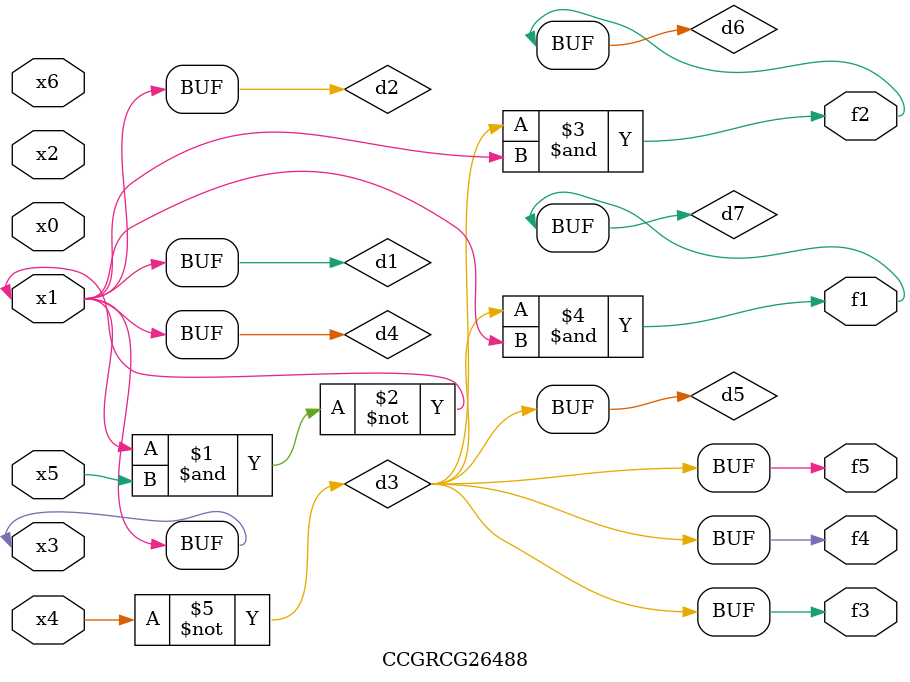
<source format=v>
module CCGRCG26488(
	input x0, x1, x2, x3, x4, x5, x6,
	output f1, f2, f3, f4, f5
);

	wire d1, d2, d3, d4, d5, d6, d7;

	buf (d1, x1, x3);
	nand (d2, x1, x5);
	not (d3, x4);
	buf (d4, d1, d2);
	buf (d5, d3);
	and (d6, d3, d4);
	and (d7, d3, d4);
	assign f1 = d7;
	assign f2 = d6;
	assign f3 = d5;
	assign f4 = d5;
	assign f5 = d5;
endmodule

</source>
